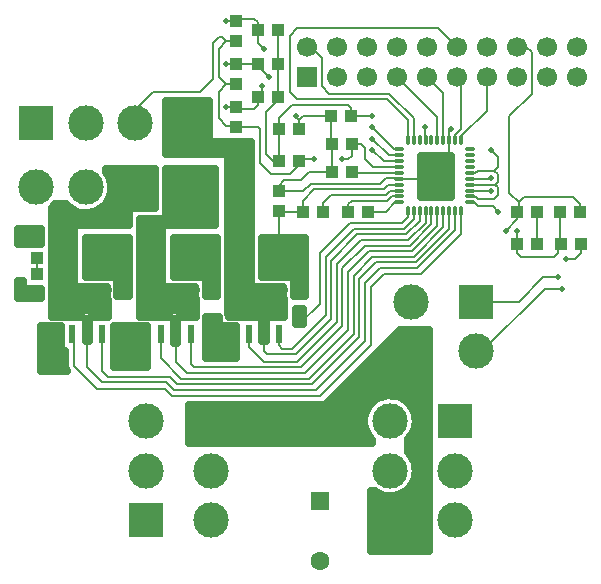
<source format=gtl>
G04 DipTrace 3.0.0.1*
G04 brushless-driver_lay.GTL*
%MOIN*%
G04 #@! TF.FileFunction,Copper,L1,Top*
G04 #@! TF.Part,Single*
G04 #@! TA.AperFunction,Conductor*
%ADD14C,0.008*%
G04 #@! TA.AperFunction,CopperBalancing*
%ADD15C,0.025*%
%ADD16R,0.043307X0.03937*%
G04 #@! TA.AperFunction,ComponentPad*
%ADD17C,0.062992*%
%ADD18R,0.062992X0.062992*%
%ADD19R,0.03937X0.043307*%
G04 #@! TA.AperFunction,ComponentPad*
%ADD21C,0.11811*%
%ADD22R,0.11811X0.11811*%
%ADD23C,0.11811*%
%ADD24R,0.066929X0.066929*%
%ADD25C,0.066929*%
%ADD28O,0.033465X0.013*%
%ADD29O,0.013X0.033465*%
%ADD30R,0.10315X0.138583*%
%ADD32R,0.021654X0.059055*%
G04 #@! TA.AperFunction,ViaPad*
%ADD33C,0.02*%
%FSLAX26Y26*%
G04*
G70*
G90*
G75*
G01*
G04 Top*
%LPD*%
X1707549Y1766110D2*
D14*
X1672350D1*
X1656633Y1750392D1*
X1425358D1*
X1387854Y1712888D1*
Y1675385D1*
X1308424D1*
X1306596Y1677213D1*
Y1594126D1*
X1319097Y1581625D1*
X2244194Y1675385D2*
Y1570951D1*
X2246022Y1569123D1*
X2100429D2*
Y1537870D1*
X2112930Y1525369D1*
X2225442D1*
X2237944Y1537870D1*
Y1561045D1*
X2246022Y1569123D1*
X2100429Y1612878D2*
Y1569123D1*
X1737076Y1913748D2*
X1737891Y1914563D1*
Y1981667D1*
X1669134Y2050424D1*
X1369102D1*
X1344100Y2075427D1*
Y2262946D1*
X1369102Y2287949D1*
X1837844D1*
X1900361Y2225432D1*
X1400361D2*
X1412867D1*
X1450361Y2187938D1*
Y2094178D1*
X1475364Y2069176D1*
X1675385D1*
X1756643Y1987917D1*
Y1913866D1*
X1756761Y1913748D1*
X1707549Y1707055D2*
X1694554D1*
X1662883Y1675385D1*
X1604799D1*
X1707549Y1726740D2*
X1682986D1*
X1669134Y1712888D1*
X1550371D1*
X1537870Y1700387D1*
Y1675385D1*
X1706638Y1884220D2*
X1707549D1*
X1691572D1*
X1619129Y1956664D1*
X1707549Y1864535D2*
X1673753D1*
X1619129Y1919160D1*
X2311123Y1675385D2*
Y1702215D1*
X2287949Y1725390D1*
X2125432D1*
X2106680Y1706638D1*
Y1681635D1*
X2100429Y1675385D1*
Y1650382D1*
X2062925Y1612878D1*
X1794147Y1956664D2*
Y1915732D1*
X1796131Y1913748D1*
X2100361Y2225432D2*
X2131693D1*
X2150434Y2206690D1*
Y2069176D1*
X2075427Y1994168D1*
Y1737891D1*
X2106680Y1706638D1*
X1874871Y1913748D2*
Y1840348D1*
X1830161Y1795638D1*
X1707549Y1785795D2*
X1787896D1*
Y1760793D1*
X1795316D1*
X1830161Y1795638D1*
X1787896Y1794147D2*
Y1785795D1*
X1831651Y1794147D2*
X1830161Y1795638D1*
X1874871Y1913748D2*
Y1943629D1*
X1881656Y1950413D1*
X2262946Y1519118D2*
X2294199D1*
X2312951Y1537870D1*
Y1569123D1*
X1481614Y1994168D2*
Y1902236D1*
X1483442Y1900408D1*
X1306596Y1744142D2*
X1387854D1*
X1412857Y1769144D1*
X1644131D1*
X1662883Y1787896D1*
X1705448D1*
X1707549Y1785795D1*
X1483442Y1900408D2*
Y1806648D1*
X1481614Y1994168D2*
X1387854D1*
X1375353Y1981667D1*
Y1948585D1*
X1373525Y1950413D1*
X1375353Y1981667D2*
X1362852Y1994168D1*
X1483442Y1806648D2*
X1406606D1*
X1381604Y1781646D1*
X1325348D1*
X1306596Y1762894D1*
Y1744142D1*
X1304768Y2281698D2*
Y2169186D1*
Y2056675D1*
X1943769Y1766110D2*
X2028455D1*
X2037923Y1756643D1*
Y1731640D1*
X2025421Y1719139D1*
X1969165D1*
X1962915Y1725390D1*
X1943769D1*
Y1726740D1*
X2028455Y1766110D2*
X2037923Y1775577D1*
Y1800398D1*
X2025421Y1812899D1*
X1969165D1*
X1961747Y1805480D1*
X1943769D1*
X1548543Y1994168D2*
X1619129D1*
X2012920Y1881656D2*
X2037923Y1856654D1*
Y1825400D1*
X2025421Y1812899D1*
X1304768Y2056675D2*
Y2048596D1*
X1262841Y2006669D1*
Y1869155D1*
X1287844Y1844152D1*
X1308424D1*
Y1948585D1*
X1306596Y1950413D1*
X1548543Y1994168D2*
Y2020999D1*
X1537870Y2031672D1*
X1350350D1*
X1306596Y1987917D1*
Y1950413D1*
X1737076Y1677528D2*
X1737891D1*
Y1656633D1*
X1719139Y1637881D1*
X1544121D1*
X1444110Y1537870D1*
Y1369102D1*
X1375353Y1300345D1*
X2167358Y1675385D2*
Y1569123D1*
X500261Y1467285D2*
Y1520946D1*
X2237944Y1456612D2*
X2187938D1*
X2106680Y1375353D1*
X1962915D1*
X2250445Y1419108D2*
X2194189D1*
X1985080Y1209999D1*
X1962915D1*
X1707549Y1844850D2*
X1655934D1*
X1619129Y1881656D1*
X1914241Y1913748D2*
Y1926743D1*
X2000419Y2012920D1*
Y2125374D1*
X2000361Y2125432D1*
X1894556Y1913748D2*
Y1932060D1*
X1912909Y1950413D1*
Y2112883D1*
X1900361Y2125432D1*
X1855186Y1913748D2*
Y2070606D1*
X1800361Y2125432D1*
X1835501Y1913748D2*
Y1990291D1*
X1700361Y2125432D1*
X1776446Y1677528D2*
Y1645182D1*
X1731640Y1600377D1*
X1569123D1*
X1481614Y1512867D1*
Y1319097D1*
X1362852Y1200335D1*
X1269092D1*
X1256580Y1212846D1*
Y1269092D1*
X1237839Y2281698D2*
Y2306701D1*
X1225337Y2319202D1*
X1169081D1*
X1162831Y2312951D1*
X1131577D1*
X1237839Y2281698D2*
Y2237944D1*
X1256591Y2219192D1*
X2037923Y1675385D2*
X2019171Y1694136D1*
X1969165D1*
X1956664Y1706638D1*
X1944163D1*
X1756761Y1677528D2*
Y1650500D1*
X1725390Y1619129D1*
X1556622D1*
X1462862Y1525369D1*
Y1331598D1*
X1350350Y1219087D1*
X1319097D1*
X1306596Y1231588D1*
Y1269076D1*
X1306580Y1269092D1*
X1796131Y1677528D2*
Y1639865D1*
X1737891Y1581625D1*
X1581625D1*
X1500366Y1500366D1*
Y1306596D1*
X1369102Y1175332D1*
X1256591D1*
X1206585Y1225337D1*
Y1269087D1*
X1206580Y1269092D1*
X1835501Y1677528D2*
Y1629230D1*
X1750392Y1544121D1*
X1606627D1*
X1537870Y1475364D1*
Y1281593D1*
X1394105Y1137828D1*
X1000314D1*
X962799Y1175343D1*
Y1269092D1*
X1707549Y1746425D2*
X1677668D1*
X1662883Y1731640D1*
X1481614D1*
X1454783Y1704810D1*
Y1675385D1*
X1237839Y2056675D2*
Y2031672D1*
X1225337Y2019171D1*
X1169081D1*
X1162831Y2025421D1*
X1131577D1*
X1237839Y2056675D2*
X1250340D1*
Y2094178D1*
X2012920Y1744142D2*
X1943769D1*
Y1746425D1*
X1815816Y1677528D2*
Y1634547D1*
X1744142Y1562873D1*
X1594126D1*
X1519118Y1487865D1*
Y1294094D1*
X1381604Y1156580D1*
X1025316D1*
X1012815Y1169081D1*
Y1269076D1*
X1012799Y1269092D1*
X1707549Y1805480D2*
X1551539D1*
X1550371Y1806648D1*
X1855186Y1677528D2*
Y1623912D1*
X1756643Y1525369D1*
X1619129D1*
X1556622Y1462862D1*
Y1269092D1*
X1406606Y1119076D1*
X981562D1*
X912804Y1187833D1*
Y1269087D1*
X912799Y1269092D1*
X1550371Y1900408D2*
Y1862904D1*
X1537870Y1850403D1*
X1519118D1*
X1425358D2*
X1381604D1*
X1375353Y1844152D1*
X1162831Y1958492D2*
X1236010D1*
X1244089Y1950413D1*
Y1837902D1*
X1281593Y1800398D1*
X1344100D1*
X1387854Y1844152D1*
X1375353D1*
X1162831Y1958492D2*
Y1962915D1*
X1131577D1*
X1106575Y1987917D1*
Y2075427D1*
X1131577Y2100429D1*
X1161003D1*
X1162831Y2102257D1*
X1131577Y2100429D2*
X1106575Y2125432D1*
Y2219192D1*
X1131577Y2244194D1*
X1161003D1*
X1162831Y2246022D1*
X1131577Y2244194D2*
X1119076Y2256696D1*
X1106575D1*
X1087823Y2237944D1*
Y2119181D1*
X1044068Y2075427D1*
X887802D1*
X785554Y1973178D1*
X828709D1*
X1562873Y1900408D2*
X1550371D1*
X1707549Y1825165D2*
X1619364D1*
X1594126Y1850403D1*
Y1887907D1*
X1581625Y1900408D1*
X1550371D1*
X1894556Y1677528D2*
Y1613277D1*
X1769144Y1487865D1*
X1644131D1*
X1594126Y1437860D1*
Y1244089D1*
X1431609Y1081572D1*
X956559D1*
X931556Y1106575D1*
X719034D1*
X669018Y1156591D1*
Y1269092D1*
X1237839Y2169186D2*
X1162831D1*
X1131577D1*
X1237839D2*
Y2162936D1*
X1275343Y2125432D1*
X2012920Y1787896D2*
X2015021Y1785795D1*
X1943769D1*
X1874871Y1677528D2*
Y1618594D1*
X1762894Y1506617D1*
X1631630D1*
X1575374Y1450361D1*
Y1256591D1*
X1419108Y1100324D1*
X969060D1*
X944673Y1124711D1*
X738402D1*
X719034Y1144079D1*
Y1269076D1*
X719018Y1269092D1*
X1914241Y1677528D2*
Y1601709D1*
X1781646Y1469113D1*
X1656633D1*
X1612878Y1425358D1*
Y1231588D1*
X1444110Y1062820D1*
X950308D1*
X927028Y1086101D1*
X702004D1*
X625274Y1162831D1*
Y1269092D1*
X619018D1*
D33*
X2100429Y1612878D3*
X1619129Y1956664D3*
Y1919160D3*
X2062925Y1612878D3*
X1794147Y1956664D3*
X1881656Y1950413D3*
X2262946Y1519118D3*
X1362852Y1994168D3*
X1619129D3*
X2012920Y1881656D3*
X2237944Y1456612D3*
X2250445Y1419108D3*
X1619129Y1881656D3*
X1131577Y2312951D3*
X1256591Y2219192D3*
X2037923Y1675385D3*
X1131577Y2025421D3*
X1250340Y2094178D3*
X2012920Y1744142D3*
X1519118Y1850403D3*
X1425358D3*
X1131577Y2169186D3*
X1275343Y2125432D3*
X2012920Y1787896D3*
X1062820Y1431609D3*
X769039D3*
X806543D3*
X769039Y1400356D3*
X806543D3*
X669029Y1581625D3*
X700282D3*
X731535D3*
X769039D3*
X806543D3*
X669029Y1544121D3*
X700282D3*
X731535D3*
X769039D3*
X806543D3*
X1100324Y1431609D3*
X1062820Y1400356D3*
X1100324D3*
X962810Y1581625D3*
X994063D3*
X1025316D3*
X1062820D3*
X1100324D3*
X962810Y1544121D3*
X994063D3*
X1025316D3*
X1062820D3*
X1100324D3*
X1062820Y1506617D3*
X1100324D3*
X1356601Y1431609D3*
X1394105D3*
X1356601Y1400356D3*
X1394105D3*
X1256591Y1581625D3*
X1287844D3*
X1319097D3*
X1356601D3*
X1394105D3*
X1256591Y1544121D3*
X1287844D3*
X1319097D3*
X1356601D3*
X1394105D3*
X1356601Y1506617D3*
X769039D3*
X806543D3*
X769039Y1469113D3*
X806543D3*
X1062820D3*
X1100324D3*
X1394105Y1506617D3*
X1356601Y1469113D3*
X1394105D3*
X1787896Y1850403D3*
X1831651D3*
X1875406D3*
X556517Y1212836D3*
X587770D3*
X556517Y1181583D3*
X587770D3*
X556517Y1150329D3*
X587770D3*
X525264D3*
Y1181583D3*
X1069071Y1287844D3*
X1106575D3*
X1069071Y1256591D3*
X1106575D3*
X1069071Y1225337D3*
X1106575D3*
X1069071Y1194084D3*
X1106575D3*
X762789D3*
X794042D3*
X825295D3*
X856549D3*
X762789Y1162831D3*
X794042D3*
X825295D3*
X856549D3*
X1787896Y1794147D3*
Y1737891D3*
X1831651D3*
X1875406D3*
X1375353Y1300345D3*
X1875406Y1794147D3*
X1831651D3*
X525264Y1244089D3*
Y1275343D3*
Y1212836D3*
X762789Y1225337D3*
X794042D3*
X825295D3*
X1069071Y1319097D3*
X1106575D3*
X1144079Y1194084D3*
X1375353Y1325348D3*
Y1350350D3*
X444005Y1606627D3*
Y1575374D3*
Y1437860D3*
Y1400356D3*
X665277Y1563008D2*
D15*
X804222D1*
X665277Y1538139D2*
X804222D1*
X665277Y1513270D2*
X804222D1*
X665277Y1488402D2*
X804222D1*
X665277Y1463533D2*
X804222D1*
X771332Y1438664D2*
X804222D1*
X771332Y1413795D2*
X804222D1*
X675277Y1456610D2*
X756538D1*
X767083Y1450491D1*
X769038Y1444110D1*
Y1394104D1*
X806545D1*
Y1587877D1*
X662777D1*
Y1456610D1*
X675277D1*
X959058Y1563008D2*
X1098003D1*
X959058Y1538139D2*
X1098003D1*
X959058Y1513270D2*
X1098003D1*
X959058Y1488402D2*
X1098003D1*
X959058Y1463533D2*
X1098003D1*
X1065113Y1438664D2*
X1098003D1*
X1065113Y1413795D2*
X1098003D1*
X969058Y1456610D2*
X1050319D1*
X1060864Y1450491D1*
X1062819Y1444110D1*
Y1394104D1*
X1100325D1*
Y1587877D1*
X956558D1*
Y1456610D1*
X969058D1*
X742804Y1794282D2*
X891710D1*
X750617Y1769413D2*
X891710D1*
X750617Y1744545D2*
X891710D1*
X742804Y1719676D2*
X891710D1*
X559601Y1694807D2*
X601866D1*
X724836D2*
X891710D1*
X552765Y1669938D2*
X804210D1*
X552765Y1645070D2*
X804210D1*
X552765Y1620201D2*
X622961D1*
X552765Y1595332D2*
X622961D1*
X552765Y1570463D2*
X622961D1*
X552765Y1545594D2*
X622961D1*
X552765Y1520726D2*
X622961D1*
X552765Y1495857D2*
X622961D1*
X552765Y1470988D2*
X622961D1*
X552765Y1446119D2*
X622961D1*
X552765Y1421251D2*
X731554D1*
X552765Y1396382D2*
X730382D1*
X552765Y1371513D2*
X735461D1*
X552765Y1346644D2*
X735461D1*
X562429Y1700483D2*
X550501Y1689299D1*
X550265Y1587888D1*
Y1325346D1*
X650277D1*
X660822Y1319227D1*
X662777Y1312846D1*
Y1244088D1*
X675281D1*
Y1312846D1*
X681400Y1323391D1*
X681699Y1325112D1*
X737787Y1325346D1*
Y1381206D1*
X735446Y1386102D1*
X732610Y1398214D1*
X734007Y1410573D1*
X736228Y1415113D1*
X733585Y1425303D1*
X637776Y1425360D1*
X627231Y1431479D1*
X625276Y1437860D1*
Y1619129D1*
X631395Y1629673D1*
X637776Y1631629D1*
X806545D1*
Y1675385D1*
X812664Y1685929D1*
X819045Y1687885D1*
X894054D1*
Y1819151D1*
X731534D1*
Y1808604D1*
X740810Y1792962D1*
X745272Y1781298D1*
X747988Y1769108D1*
X748902Y1756643D1*
X747990Y1744188D1*
X745274Y1731997D1*
X740814Y1720332D1*
X734701Y1709441D1*
X727068Y1699556D1*
X718077Y1690888D1*
X707921Y1683621D1*
X696814Y1677911D1*
X684993Y1673878D1*
X672713Y1671609D1*
X660232Y1671152D1*
X647819Y1672518D1*
X635735Y1675677D1*
X624241Y1680560D1*
X613580Y1687067D1*
X603980Y1695055D1*
X599031Y1700577D1*
X562394Y1700388D1*
X934241Y1794282D2*
X1091741D1*
X934241Y1769413D2*
X1091741D1*
X934241Y1744545D2*
X1091741D1*
X934241Y1719676D2*
X1091741D1*
X934241Y1694807D2*
X1091741D1*
X934241Y1669938D2*
X1091741D1*
X846546Y1645070D2*
X1091741D1*
X846546Y1620201D2*
X916741D1*
X846546Y1595332D2*
X916741D1*
X846546Y1570463D2*
X916741D1*
X846546Y1545594D2*
X916741D1*
X846546Y1520726D2*
X916741D1*
X846546Y1495857D2*
X916741D1*
X846546Y1470988D2*
X916741D1*
X846546Y1446119D2*
X916741D1*
X846546Y1421251D2*
X1025335D1*
X846546Y1396382D2*
X1024163D1*
X846546Y1371513D2*
X1029241D1*
X846546Y1346644D2*
X1029241D1*
X1029858Y1416375D2*
X1027366Y1425303D1*
X931556Y1425360D1*
X921012Y1431479D1*
X919056Y1437860D1*
Y1619129D1*
X925176Y1629673D1*
X931556Y1631629D1*
X1094075D1*
Y1819151D1*
X931555D1*
Y1662883D1*
X925436Y1652339D1*
X919055Y1650383D1*
X844046D1*
Y1325346D1*
X944058D1*
X954602Y1319227D1*
X956558Y1312846D1*
Y1237837D1*
X969062D1*
Y1312846D1*
X975181Y1323391D1*
X975480Y1325112D1*
X1031568Y1325346D1*
Y1381206D1*
X1029227Y1386102D1*
X1026391Y1398214D1*
X1027787Y1410573D1*
X1030009Y1415113D1*
X934055Y2019306D2*
X1073000D1*
X934055Y1994437D2*
X1073000D1*
X934055Y1969568D2*
X1073000D1*
X934055Y1944699D2*
X1073000D1*
X934055Y1919831D2*
X1073000D1*
X934055Y1894962D2*
X1210500D1*
X934055Y1870093D2*
X1210500D1*
X1140500Y1845224D2*
X1210500D1*
X1140500Y1820356D2*
X1210500D1*
X1140500Y1795487D2*
X1210500D1*
X1140500Y1770618D2*
X1210500D1*
X1140500Y1745749D2*
X1210500D1*
X1140500Y1720881D2*
X1210500D1*
X1140500Y1696012D2*
X1210500D1*
X1140500Y1671143D2*
X1210500D1*
X1140500Y1646274D2*
X1210500D1*
X1140500Y1621406D2*
X1210500D1*
X1140500Y1596537D2*
X1210500D1*
X1140500Y1571668D2*
X1210500D1*
X1140500Y1546799D2*
X1210500D1*
X1140500Y1521930D2*
X1210500D1*
X1140500Y1497062D2*
X1210500D1*
X1140500Y1472193D2*
X1210500D1*
X1140500Y1447324D2*
X1210500D1*
X1140500Y1422455D2*
X1318703D1*
X1140500Y1397587D2*
X1317923D1*
X1140500Y1372718D2*
X1323000D1*
X1140500Y1347849D2*
X1323000D1*
X1247531Y1322980D2*
X1260175D1*
X1323639Y1416375D2*
X1321147Y1425303D1*
X1225337Y1425360D1*
X1214793Y1431479D1*
X1212837Y1437860D1*
Y1906660D1*
X1087823D1*
X1077278Y1912780D1*
X1075323Y1919160D1*
Y2044175D1*
X931555D1*
Y1869154D1*
X1125327D1*
X1135871Y1863034D1*
X1137827Y1856654D1*
X1137647Y1437531D1*
X1137827Y1338251D1*
X1142262Y1325238D1*
X1237839Y1325346D1*
X1248383Y1319227D1*
X1250339Y1312846D1*
Y1244088D1*
X1262843D1*
Y1312846D1*
X1268962Y1323391D1*
X1269261Y1325112D1*
X1325349Y1325346D1*
Y1381206D1*
X1323008Y1386102D1*
X1320172Y1398214D1*
X1321568Y1410573D1*
X1323790Y1415113D1*
X1252839Y1563008D2*
X1391783D1*
X1252839Y1538139D2*
X1391783D1*
X1252839Y1513270D2*
X1391783D1*
X1252839Y1488402D2*
X1391783D1*
X1252839Y1463533D2*
X1391783D1*
X1358894Y1438664D2*
X1391783D1*
X1358894Y1413795D2*
X1391783D1*
X1262839Y1456610D2*
X1344100D1*
X1354644Y1450491D1*
X1356600Y1444110D1*
Y1394104D1*
X1394106D1*
Y1587877D1*
X1250339D1*
Y1456610D1*
X1262839D1*
X759037Y1269227D2*
X866732D1*
X759037Y1244358D2*
X866732D1*
X759037Y1219490D2*
X866732D1*
X759037Y1194621D2*
X866732D1*
X759037Y1169752D2*
X866732D1*
X869051Y1169079D2*
Y1294096D1*
X756537D1*
Y1156579D1*
X869051D1*
Y1169079D1*
X1065319Y1300480D2*
X1104264D1*
X1065319Y1275612D2*
X1160514D1*
X1065319Y1250743D2*
X1160514D1*
X1065319Y1225874D2*
X1160514D1*
X1065319Y1201005D2*
X1160514D1*
X1150332Y1294096D2*
X1119076D1*
X1108531Y1300215D1*
X1106576Y1306596D1*
Y1325349D1*
X1062819D1*
Y1187832D1*
X1162832D1*
Y1294096D1*
X1150332D1*
X515261Y1269227D2*
X579206D1*
X515261Y1244358D2*
X579206D1*
X515261Y1219490D2*
X579206D1*
X515261Y1194621D2*
X592488D1*
X515261Y1169752D2*
X592488D1*
X515261Y1144883D2*
X597957D1*
X595009Y1213072D2*
X581699D1*
X581521Y1294096D1*
X512761D1*
Y1144077D1*
X600273D1*
X596840Y1152031D1*
X594782Y1162831D1*
Y1213222D1*
X1784144Y1838037D2*
X1879340D1*
X1784144Y1813168D2*
X1879340D1*
X1784144Y1788299D2*
X1879340D1*
X1784144Y1763430D2*
X1879340D1*
X1784144Y1738562D2*
X1879340D1*
X1869157Y1862906D2*
X1781644D1*
Y1725388D1*
X1881657D1*
Y1862906D1*
X1869157D1*
X1365350Y1325483D2*
X1385546D1*
X1365350Y1300614D2*
X1385546D1*
X1375356Y1350352D2*
X1362850D1*
Y1300344D1*
X1387856D1*
Y1350352D1*
X1375356D1*
X440253Y1594261D2*
X510449D1*
X440253Y1569392D2*
X510449D1*
X500264Y1619130D2*
X437753D1*
Y1569122D1*
X512764D1*
Y1619130D1*
X500264D1*
X440253Y1419243D2*
X451465D1*
X440253Y1394374D2*
X510449D1*
X512454Y1419139D2*
X454084D1*
Y1443748D1*
X437753Y1444112D1*
Y1387853D1*
X512764D1*
Y1419493D1*
X1689336Y1256726D2*
X1804259D1*
X1664727Y1231857D2*
X1804259D1*
X1639727Y1206988D2*
X1804259D1*
X1614727Y1182119D2*
X1804259D1*
X1590118Y1157251D2*
X1804259D1*
X1565118Y1132382D2*
X1804259D1*
X1540118Y1107513D2*
X1804259D1*
X1515508Y1082644D2*
X1804259D1*
X1490508Y1057776D2*
X1643711D1*
X1711211D2*
X1804259D1*
X1464727Y1032907D2*
X1609336D1*
X1745978D2*
X1804259D1*
X1009063Y1008038D2*
X1594883D1*
X1760430D2*
X1804259D1*
X1009063Y983169D2*
X1589806D1*
X1765508D2*
X1804259D1*
X1009063Y958301D2*
X1591759D1*
X1763164D2*
X1804259D1*
X1009063Y933432D2*
X1602306D1*
X1753008D2*
X1804259D1*
X1009063Y908563D2*
X1616759D1*
X1740508D2*
X1804259D1*
X1740508Y883694D2*
X1804259D1*
X1752227Y858825D2*
X1804259D1*
X1763164Y833957D2*
X1804259D1*
X1765508Y809088D2*
X1804259D1*
X1760820Y784219D2*
X1804259D1*
X1746759Y759350D2*
X1804259D1*
X1615508Y734482D2*
X1640587D1*
X1714336D2*
X1804259D1*
X1615508Y709613D2*
X1804259D1*
X1615508Y684744D2*
X1804259D1*
X1615508Y659875D2*
X1804259D1*
X1615508Y635007D2*
X1804259D1*
X1615508Y610138D2*
X1804259D1*
X1615508Y585269D2*
X1804259D1*
X1615508Y560400D2*
X1804259D1*
X1762257Y965693D2*
X1759542Y953503D1*
X1755081Y941837D1*
X1748969Y930946D1*
X1737684Y917541D1*
X1737890Y873362D1*
X1748963Y860003D1*
X1755077Y849113D1*
X1759539Y837449D1*
X1762256Y825259D1*
X1763169Y812794D1*
X1762257Y800339D1*
X1759542Y788148D1*
X1755081Y776483D1*
X1748969Y765592D1*
X1741336Y755707D1*
X1731770Y745993D1*
X1711081Y734062D1*
X1699261Y730029D1*
X1686980Y727760D1*
X1674500Y727303D1*
X1662087Y728669D1*
X1650003Y731828D1*
X1638509Y736711D1*
X1626949Y743966D1*
X1612877Y744038D1*
Y544014D1*
X1806650D1*
Y1281594D1*
X1711728D1*
X1465091Y1035123D1*
X1456612Y1031568D1*
X1006563D1*
Y906552D1*
X1619130D1*
Y915537D1*
X1609913Y925861D1*
X1603022Y936277D1*
X1597720Y947584D1*
X1594122Y959543D1*
X1592303Y971899D1*
Y984388D1*
X1594121Y996744D1*
X1597718Y1008703D1*
X1603018Y1020012D1*
X1609908Y1030428D1*
X1618241Y1039730D1*
X1627841Y1047719D1*
X1638501Y1054226D1*
X1649995Y1059112D1*
X1662077Y1062272D1*
X1674491Y1063638D1*
X1686971Y1063184D1*
X1699253Y1060916D1*
X1711073Y1056885D1*
X1722181Y1051175D1*
X1732339Y1043909D1*
X1741329Y1035241D1*
X1748963Y1025357D1*
X1755077Y1014467D1*
X1759539Y1002803D1*
X1762256Y990613D1*
X1763169Y978148D1*
X1762257Y965693D1*
D16*
X1481614Y1994168D3*
X1548543D3*
X1237839Y2281698D3*
X1304768D3*
X1237839Y2056675D3*
X1304768D3*
X1237839Y2169186D3*
X1304768D3*
D17*
X1444110Y512762D3*
D18*
Y712762D3*
D16*
X1537870Y1675385D3*
X1604799D3*
X1454783D3*
X1387854D3*
X1550371Y1806648D3*
X1483442D3*
X1550371Y1900408D3*
X1483442D3*
D19*
X1306596Y1744142D3*
Y1677213D3*
D16*
X2312951Y1569123D3*
X2246022D3*
X2100429Y1675385D3*
X2167358D3*
D19*
X500261Y1587875D3*
Y1520946D3*
D21*
X994063Y1756643D3*
X663354Y1973178D3*
X828709D3*
X994063D3*
X498000Y1756643D3*
X663354D3*
X828709D3*
D22*
X498000Y1973178D3*
D23*
X1894157Y812794D3*
Y647440D3*
X1677622Y978148D3*
Y647440D3*
Y812794D3*
D22*
X1894157Y978148D3*
D23*
X862799Y812794D3*
Y978148D3*
X1079335Y647440D3*
Y978148D3*
Y812794D3*
D22*
X862799Y647440D3*
D24*
X1400361Y2125432D3*
D25*
Y2225432D3*
X1500361Y2125432D3*
Y2225432D3*
X1600361Y2125432D3*
Y2225432D3*
X1700361Y2125432D3*
Y2225432D3*
X1800361Y2125432D3*
Y2225432D3*
X1900361Y2125432D3*
Y2225432D3*
X2000361Y2125432D3*
Y2225432D3*
X2100361Y2125432D3*
Y2225432D3*
X2200361Y2125432D3*
Y2225432D3*
X2300361Y2125432D3*
Y2225432D3*
D22*
X1962915Y1375353D3*
D23*
Y1209999D3*
X1746379D3*
Y1375353D3*
D16*
X1373525Y1950413D3*
X1306596D3*
D19*
X1162831Y2312951D3*
Y2246022D3*
Y2025421D3*
Y1958492D3*
Y2169186D3*
Y2102257D3*
D16*
X1308424Y1844152D3*
X1375353D3*
X2244194Y1675385D3*
X2311123D3*
X2100429Y1569123D3*
X2167358D3*
D19*
X500261Y1400356D3*
Y1467285D3*
D28*
X1944163Y1706638D3*
X1943769Y1726740D3*
Y1746425D3*
Y1766110D3*
Y1785795D3*
Y1805480D3*
Y1825165D3*
Y1844850D3*
Y1864535D3*
Y1884220D3*
D29*
X1914241Y1913748D3*
X1894556D3*
X1874871D3*
X1855186D3*
X1835501D3*
X1815816D3*
X1796131D3*
X1776446D3*
X1756761D3*
X1737076D3*
D28*
X1707549Y1884220D3*
Y1864535D3*
Y1844850D3*
Y1825165D3*
Y1805480D3*
Y1785795D3*
Y1766110D3*
Y1746425D3*
Y1726740D3*
Y1707055D3*
D29*
X1737076Y1677528D3*
X1756761D3*
X1776446D3*
X1796131D3*
X1815816D3*
X1835501D3*
X1855186D3*
X1874871D3*
X1894556D3*
X1914241D3*
D30*
X1830161Y1795638D3*
D32*
X1156580Y1269092D3*
X1206580D3*
X1256580D3*
X1306580D3*
Y1481690D3*
X1256580D3*
X1206580D3*
X1156580D3*
X862799Y1269092D3*
X912799D3*
X962799D3*
X1012799D3*
Y1481690D3*
X962799D3*
X912799D3*
X862799D3*
X569018Y1269092D3*
X619018D3*
X669018D3*
X719018D3*
Y1481690D3*
X669018D3*
X619018D3*
X569018D3*
M02*

</source>
